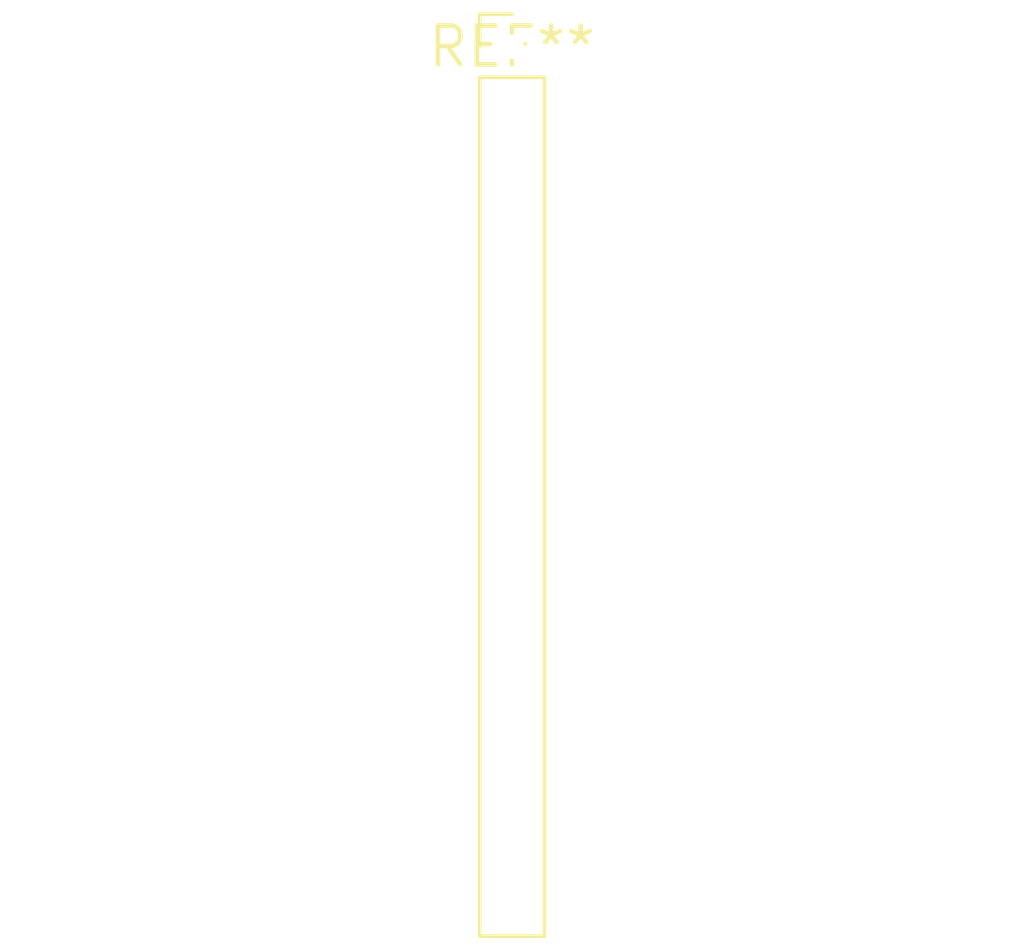
<source format=kicad_pcb>
(kicad_pcb (version 20240108) (generator pcbnew)
  (layers (0 "F.Cu" signal) (31 "B.Cu" signal) (34 "B.Paste" user) (35 "F.Paste" user) (36 "B.SilkS" user "B.Silkscreen") (37 "F.SilkS" user "F.Silkscreen") (38 "B.Mask" user) (39 "F.Mask" user) (44 "Edge.Cuts" user))
  (net 0 "")
  (footprint "PinHeader_1x15_P2.00mm_Vertical" (layer "F.Cu") (at 0 0)
    (property "Reference" "REF**")
    (property "Value" "PinHeader_1x15_P2.00mm_Vertical")
    (fp_line (start -1.06 -1.06) (end 0 -1.06) (layer "F.SilkS") (stroke (width 0.12)))
    (fp_line (start -1.06 0) (end -1.06 -1.06) (layer "F.SilkS") (stroke (width 0.12)))
    (fp_line (start -1.06 1) (end -1.06 29.06) (layer "F.SilkS") (stroke (width 0.12)))
    (fp_line (start -1.06 1) (end 1.06 1) (layer "F.SilkS") (stroke (width 0.12)))
    (fp_line (start -1.06 29.06) (end 1.06 29.06) (layer "F.SilkS") (stroke (width 0.12)))
    (fp_line (start 1.06 1) (end 1.06 29.06) (layer "F.SilkS") (stroke (width 0.12)))
    (pad "1" thru_hole rect (at 0 0) (size 1.35 1.35) (drill 0.8) (layers *.Cu *.Mask) (remove_unused_layers))
    (pad "2" thru_hole oval (at 0 2) (size 1.35 1.35) (drill 0.8) (layers *.Cu *.Mask) (remove_unused_layers))
    (pad "3" thru_hole oval (at 0 4) (size 1.35 1.35) (drill 0.8) (layers *.Cu *.Mask) (remove_unused_layers))
    (pad "4" thru_hole oval (at 0 6) (size 1.35 1.35) (drill 0.8) (layers *.Cu *.Mask) (remove_unused_layers))
    (pad "5" thru_hole oval (at 0 8) (size 1.35 1.35) (drill 0.8) (layers *.Cu *.Mask) (remove_unused_layers))
    (pad "6" thru_hole oval (at 0 10) (size 1.35 1.35) (drill 0.8) (layers *.Cu *.Mask) (remove_unused_layers))
    (pad "7" thru_hole oval (at 0 12) (size 1.35 1.35) (drill 0.8) (layers *.Cu *.Mask) (remove_unused_layers))
    (pad "8" thru_hole oval (at 0 14) (size 1.35 1.35) (drill 0.8) (layers *.Cu *.Mask) (remove_unused_layers))
    (pad "9" thru_hole oval (at 0 16) (size 1.35 1.35) (drill 0.8) (layers *.Cu *.Mask) (remove_unused_layers))
    (pad "10" thru_hole oval (at 0 18) (size 1.35 1.35) (drill 0.8) (layers *.Cu *.Mask) (remove_unused_layers))
    (pad "11" thru_hole oval (at 0 20) (size 1.35 1.35) (drill 0.8) (layers *.Cu *.Mask) (remove_unused_layers))
    (pad "12" thru_hole oval (at 0 22) (size 1.35 1.35) (drill 0.8) (layers *.Cu *.Mask) (remove_unused_layers))
    (pad "13" thru_hole oval (at 0 24) (size 1.35 1.35) (drill 0.8) (layers *.Cu *.Mask) (remove_unused_layers))
    (pad "14" thru_hole oval (at 0 26) (size 1.35 1.35) (drill 0.8) (layers *.Cu *.Mask) (remove_unused_layers))
    (pad "15" thru_hole oval (at 0 28) (size 1.35 1.35) (drill 0.8) (layers *.Cu *.Mask) (remove_unused_layers))
  )
)
</source>
